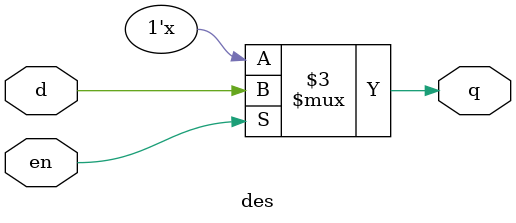
<source format=v>
module des (  input en,
              input d,
              output reg q);

    always @ (en or d)
        if (en)
            q = d;

endmodule
</source>
